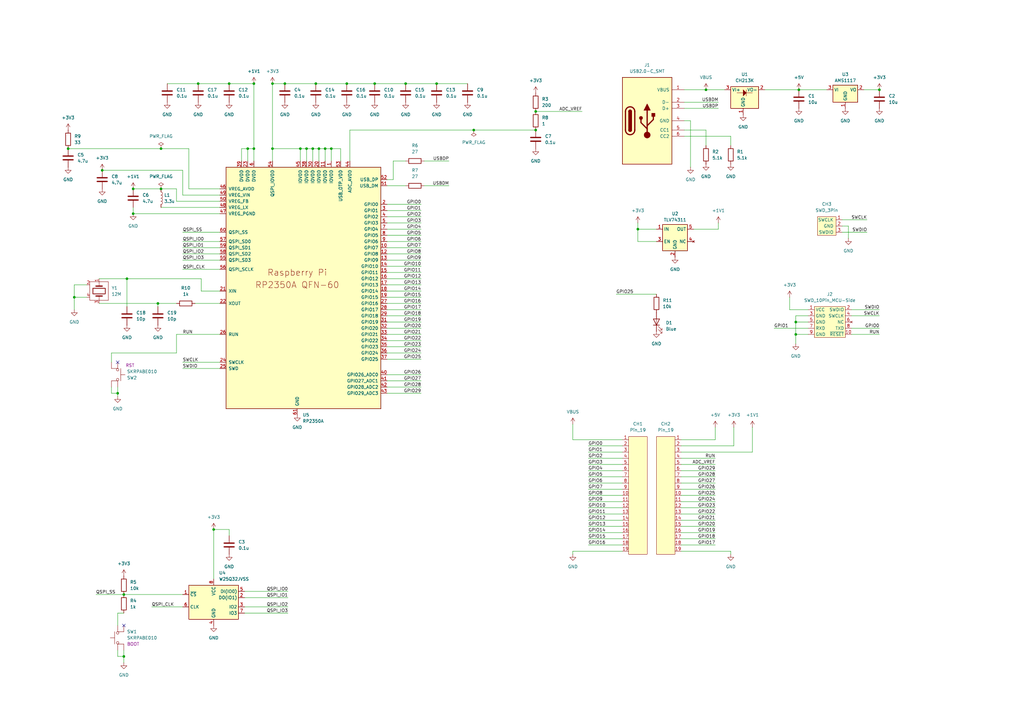
<source format=kicad_sch>
(kicad_sch (version 20231120) (generator "eeschema") (generator_version "8.0")
  (paper "A3")
  (junction (at 111.76 34.29))
  (junction (at 87.63 217.17))
  (junction (at 52.07 114.3))
  (junction (at 326.39 137.16))
  (junction (at 194.31 53.34))
  (junction (at 54.61 87.63))
  (junction (at 133.35 60.96))
  (junction (at 54.61 77.47))
  (junction (at 30.48 121.92))
  (junction (at 50.8 269.24))
  (junction (at 111.76 60.96))
  (junction (at 128.27 60.96))
  (junction (at 104.14 34.29))
  (junction (at 179.07 34.29))
  (junction (at 123.19 60.96))
  (junction (at 93.98 34.29))
  (junction (at 48.26 161.29))
  (junction (at 125.73 60.96))
  (junction (at 142.24 34.29))
  (junction (at 116.84 34.29))
  (junction (at 153.67 34.29))
  (junction (at 130.81 60.96))
  (junction (at 219.71 53.34))
  (junction (at 41.91 69.85))
  (junction (at 81.28 34.29))
  (junction (at 219.71 45.72))
  (junction (at 27.94 60.96))
  (junction (at 261.62 93.98))
  (junction (at 101.6 60.96))
  (junction (at 166.37 34.29))
  (junction (at 50.8 243.84))
  (junction (at 64.77 124.46))
  (junction (at 327.66 36.83))
  (junction (at 129.54 34.29))
  (junction (at 289.56 36.83))
  (junction (at 360.68 36.83))
  (junction (at 104.14 60.96))
  (junction (at 135.89 60.96))
  (junction (at 326.39 132.08))
  (junction (at 66.04 77.47))
  (junction (at 66.04 60.96))
  (no_connect (at 50.8 256.54))
  (no_connect (at 48.26 148.59))
  (wire (pts (xy 62.23 248.92) (xy 74.93 248.92)))
  (wire (pts (xy 326.39 137.16) (xy 326.39 140.97)))
  (wire (pts (xy 255.27 220.98) (xy 241.3 220.98)))
  (wire (pts (xy 279.4 215.9) (xy 293.37 215.9)))
  (wire (pts (xy 130.81 66.04) (xy 130.81 60.96)))
  (wire (pts (xy 66.04 85.09) (xy 90.17 85.09)))
  (wire (pts (xy 111.76 34.29) (xy 116.84 34.29)))
  (wire (pts (xy 66.04 60.96) (xy 27.94 60.96)))
  (wire (pts (xy 255.27 210.82) (xy 241.3 210.82)))
  (wire (pts (xy 39.37 243.84) (xy 50.8 243.84)))
  (wire (pts (xy 74.93 110.49) (xy 90.17 110.49)))
  (wire (pts (xy 90.17 77.47) (xy 77.47 77.47)))
  (wire (pts (xy 279.4 182.88) (xy 300.99 182.88)))
  (wire (pts (xy 72.39 137.16) (xy 90.17 137.16)))
  (wire (pts (xy 153.67 34.29) (xy 166.37 34.29)))
  (wire (pts (xy 269.24 99.06) (xy 261.62 99.06)))
  (wire (pts (xy 48.26 158.75) (xy 48.26 161.29)))
  (wire (pts (xy 77.47 77.47) (xy 77.47 60.96)))
  (wire (pts (xy 93.98 34.29) (xy 104.14 34.29)))
  (wire (pts (xy 279.4 205.74) (xy 293.37 205.74)))
  (wire (pts (xy 80.01 124.46) (xy 90.17 124.46)))
  (wire (pts (xy 300.99 175.26) (xy 300.99 182.88)))
  (wire (pts (xy 133.35 60.96) (xy 133.35 66.04)))
  (wire (pts (xy 130.81 60.96) (xy 133.35 60.96)))
  (wire (pts (xy 125.73 60.96) (xy 128.27 60.96)))
  (wire (pts (xy 323.85 121.92) (xy 323.85 127)))
  (wire (pts (xy 158.75 106.68) (xy 172.72 106.68)))
  (wire (pts (xy 166.37 34.29) (xy 179.07 34.29)))
  (wire (pts (xy 331.47 129.54) (xy 326.39 129.54)))
  (wire (pts (xy 345.44 95.25) (xy 355.6 95.25)))
  (wire (pts (xy 313.69 36.83) (xy 327.66 36.83)))
  (wire (pts (xy 158.75 124.46) (xy 172.72 124.46)))
  (wire (pts (xy 133.35 60.96) (xy 135.89 60.96)))
  (wire (pts (xy 279.4 203.2) (xy 293.37 203.2)))
  (wire (pts (xy 48.26 251.46) (xy 50.8 251.46)))
  (wire (pts (xy 74.93 99.06) (xy 90.17 99.06)))
  (wire (pts (xy 158.75 129.54) (xy 172.72 129.54)))
  (wire (pts (xy 158.75 116.84) (xy 172.72 116.84)))
  (wire (pts (xy 349.25 127) (xy 360.68 127)))
  (wire (pts (xy 279.4 185.42) (xy 308.61 185.42)))
  (wire (pts (xy 279.4 200.66) (xy 293.37 200.66)))
  (wire (pts (xy 219.71 45.72) (xy 238.76 45.72)))
  (wire (pts (xy 48.26 256.54) (xy 48.26 251.46)))
  (wire (pts (xy 72.39 144.78) (xy 72.39 137.16)))
  (wire (pts (xy 255.27 200.66) (xy 241.3 200.66)))
  (wire (pts (xy 294.64 93.98) (xy 294.64 91.44)))
  (wire (pts (xy 116.84 34.29) (xy 129.54 34.29)))
  (wire (pts (xy 54.61 77.47) (xy 66.04 77.47)))
  (wire (pts (xy 143.51 53.34) (xy 194.31 53.34)))
  (wire (pts (xy 158.75 142.24) (xy 172.72 142.24)))
  (wire (pts (xy 99.06 66.04) (xy 99.06 60.96)))
  (wire (pts (xy 158.75 88.9) (xy 172.72 88.9)))
  (wire (pts (xy 299.72 55.88) (xy 299.72 59.69)))
  (wire (pts (xy 283.21 49.53) (xy 280.67 49.53)))
  (wire (pts (xy 158.75 139.7) (xy 172.72 139.7)))
  (wire (pts (xy 279.4 187.96) (xy 293.37 187.96)))
  (wire (pts (xy 349.25 134.62) (xy 360.68 134.62)))
  (wire (pts (xy 327.66 36.83) (xy 339.09 36.83)))
  (wire (pts (xy 81.28 34.29) (xy 93.98 34.29)))
  (wire (pts (xy 261.62 93.98) (xy 269.24 93.98)))
  (wire (pts (xy 354.33 36.83) (xy 360.68 36.83)))
  (wire (pts (xy 255.27 180.34) (xy 234.95 180.34)))
  (wire (pts (xy 284.48 93.98) (xy 294.64 93.98)))
  (wire (pts (xy 347.98 92.71) (xy 347.98 97.79)))
  (wire (pts (xy 74.93 148.59) (xy 90.17 148.59)))
  (wire (pts (xy 128.27 66.04) (xy 128.27 60.96)))
  (wire (pts (xy 77.47 60.96) (xy 66.04 60.96)))
  (wire (pts (xy 349.25 129.54) (xy 360.68 129.54)))
  (wire (pts (xy 299.72 227.33) (xy 299.72 226.06)))
  (wire (pts (xy 72.39 82.55) (xy 72.39 77.47)))
  (wire (pts (xy 123.19 60.96) (xy 111.76 60.96)))
  (wire (pts (xy 280.67 36.83) (xy 289.56 36.83)))
  (wire (pts (xy 74.93 80.01) (xy 74.93 69.85)))
  (wire (pts (xy 52.07 125.73) (xy 52.07 114.3)))
  (wire (pts (xy 74.93 101.6) (xy 90.17 101.6)))
  (wire (pts (xy 234.95 226.06) (xy 255.27 226.06)))
  (wire (pts (xy 279.4 198.12) (xy 293.37 198.12)))
  (wire (pts (xy 158.75 144.78) (xy 172.72 144.78)))
  (wire (pts (xy 317.5 134.62) (xy 331.47 134.62)))
  (wire (pts (xy 158.75 96.52) (xy 172.72 96.52)))
  (wire (pts (xy 158.75 121.92) (xy 172.72 121.92)))
  (wire (pts (xy 279.4 226.06) (xy 299.72 226.06)))
  (wire (pts (xy 101.6 66.04) (xy 101.6 60.96)))
  (wire (pts (xy 45.72 158.75) (xy 45.72 161.29)))
  (wire (pts (xy 255.27 182.88) (xy 241.3 182.88)))
  (wire (pts (xy 50.8 271.78) (xy 50.8 269.24)))
  (wire (pts (xy 158.75 132.08) (xy 172.72 132.08)))
  (wire (pts (xy 255.27 185.42) (xy 241.3 185.42)))
  (wire (pts (xy 48.26 161.29) (xy 48.26 162.56)))
  (wire (pts (xy 93.98 217.17) (xy 93.98 219.71)))
  (wire (pts (xy 280.67 44.45) (xy 294.64 44.45)))
  (wire (pts (xy 326.39 137.16) (xy 331.47 137.16)))
  (wire (pts (xy 158.75 156.21) (xy 172.72 156.21)))
  (wire (pts (xy 166.37 66.04) (xy 161.29 66.04)))
  (wire (pts (xy 100.33 248.92) (xy 118.11 248.92)))
  (wire (pts (xy 173.99 76.2) (xy 184.15 76.2)))
  (wire (pts (xy 255.27 193.04) (xy 241.3 193.04)))
  (wire (pts (xy 280.67 53.34) (xy 289.56 53.34)))
  (wire (pts (xy 279.4 180.34) (xy 293.37 180.34)))
  (wire (pts (xy 194.31 53.34) (xy 219.71 53.34)))
  (wire (pts (xy 135.89 60.96) (xy 135.89 66.04)))
  (wire (pts (xy 255.27 208.28) (xy 241.3 208.28)))
  (wire (pts (xy 158.75 99.06) (xy 172.72 99.06)))
  (wire (pts (xy 158.75 111.76) (xy 172.72 111.76)))
  (wire (pts (xy 74.93 80.01) (xy 90.17 80.01)))
  (wire (pts (xy 64.77 124.46) (xy 64.77 125.73)))
  (wire (pts (xy 35.56 116.84) (xy 30.48 116.84)))
  (wire (pts (xy 139.7 60.96) (xy 139.7 66.04)))
  (wire (pts (xy 234.95 180.34) (xy 234.95 173.99)))
  (wire (pts (xy 50.8 269.24) (xy 50.8 266.7)))
  (wire (pts (xy 255.27 223.52) (xy 241.3 223.52)))
  (wire (pts (xy 326.39 129.54) (xy 326.39 132.08)))
  (wire (pts (xy 308.61 175.26) (xy 308.61 185.42)))
  (wire (pts (xy 255.27 215.9) (xy 241.3 215.9)))
  (wire (pts (xy 326.39 132.08) (xy 331.47 132.08)))
  (wire (pts (xy 255.27 218.44) (xy 241.3 218.44)))
  (wire (pts (xy 255.27 195.58) (xy 241.3 195.58)))
  (wire (pts (xy 104.14 60.96) (xy 104.14 66.04)))
  (wire (pts (xy 45.72 144.78) (xy 72.39 144.78)))
  (wire (pts (xy 30.48 116.84) (xy 30.48 121.92)))
  (wire (pts (xy 100.33 251.46) (xy 118.11 251.46)))
  (wire (pts (xy 125.73 66.04) (xy 125.73 60.96)))
  (wire (pts (xy 90.17 87.63) (xy 54.61 87.63)))
  (wire (pts (xy 279.4 193.04) (xy 293.37 193.04)))
  (wire (pts (xy 158.75 147.32) (xy 172.72 147.32)))
  (wire (pts (xy 74.93 106.68) (xy 90.17 106.68)))
  (wire (pts (xy 255.27 213.36) (xy 241.3 213.36)))
  (wire (pts (xy 279.4 218.44) (xy 293.37 218.44)))
  (wire (pts (xy 142.24 34.29) (xy 153.67 34.29)))
  (wire (pts (xy 82.55 119.38) (xy 82.55 114.3)))
  (wire (pts (xy 279.4 223.52) (xy 293.37 223.52)))
  (wire (pts (xy 255.27 198.12) (xy 241.3 198.12)))
  (wire (pts (xy 30.48 121.92) (xy 35.56 121.92)))
  (wire (pts (xy 158.75 127) (xy 172.72 127)))
  (wire (pts (xy 158.75 93.98) (xy 172.72 93.98)))
  (wire (pts (xy 331.47 127) (xy 323.85 127)))
  (wire (pts (xy 158.75 101.6) (xy 172.72 101.6)))
  (wire (pts (xy 158.75 109.22) (xy 172.72 109.22)))
  (wire (pts (xy 255.27 190.5) (xy 241.3 190.5)))
  (wire (pts (xy 158.75 114.3) (xy 172.72 114.3)))
  (wire (pts (xy 64.77 124.46) (xy 72.39 124.46)))
  (wire (pts (xy 279.4 195.58) (xy 293.37 195.58)))
  (wire (pts (xy 30.48 121.92) (xy 30.48 127)))
  (wire (pts (xy 129.54 34.29) (xy 142.24 34.29)))
  (wire (pts (xy 255.27 187.96) (xy 241.3 187.96)))
  (wire (pts (xy 101.6 60.96) (xy 104.14 60.96)))
  (wire (pts (xy 52.07 114.3) (xy 82.55 114.3)))
  (wire (pts (xy 100.33 242.57) (xy 118.11 242.57)))
  (wire (pts (xy 128.27 60.96) (xy 130.81 60.96)))
  (wire (pts (xy 345.44 92.71) (xy 347.98 92.71)))
  (wire (pts (xy 289.56 53.34) (xy 289.56 59.69)))
  (wire (pts (xy 279.4 208.28) (xy 293.37 208.28)))
  (wire (pts (xy 279.4 190.5) (xy 293.37 190.5)))
  (wire (pts (xy 255.27 205.74) (xy 241.3 205.74)))
  (wire (pts (xy 261.62 99.06) (xy 261.62 93.98)))
  (wire (pts (xy 158.75 158.75) (xy 172.72 158.75)))
  (wire (pts (xy 161.29 66.04) (xy 161.29 73.66)))
  (wire (pts (xy 143.51 53.34) (xy 143.51 66.04)))
  (wire (pts (xy 283.21 68.58) (xy 283.21 49.53)))
  (wire (pts (xy 158.75 91.44) (xy 172.72 91.44)))
  (wire (pts (xy 48.26 266.7) (xy 48.26 269.24)))
  (wire (pts (xy 104.14 34.29) (xy 104.14 60.96)))
  (wire (pts (xy 161.29 73.66) (xy 158.75 73.66)))
  (wire (pts (xy 279.4 220.98) (xy 293.37 220.98)))
  (wire (pts (xy 158.75 83.82) (xy 172.72 83.82)))
  (wire (pts (xy 261.62 91.44) (xy 261.62 93.98)))
  (wire (pts (xy 48.26 269.24) (xy 50.8 269.24)))
  (wire (pts (xy 66.04 77.47) (xy 72.39 77.47)))
  (wire (pts (xy 100.33 245.11) (xy 118.11 245.11)))
  (wire (pts (xy 279.4 210.82) (xy 293.37 210.82)))
  (wire (pts (xy 280.67 55.88) (xy 299.72 55.88)))
  (wire (pts (xy 40.64 124.46) (xy 64.77 124.46)))
  (wire (pts (xy 99.06 60.96) (xy 101.6 60.96)))
  (wire (pts (xy 74.93 104.14) (xy 90.17 104.14)))
  (wire (pts (xy 279.4 213.36) (xy 293.37 213.36)))
  (wire (pts (xy 345.44 90.17) (xy 355.6 90.17)))
  (wire (pts (xy 255.27 203.2) (xy 241.3 203.2)))
  (wire (pts (xy 123.19 66.04) (xy 123.19 60.96)))
  (wire (pts (xy 289.56 36.83) (xy 297.18 36.83)))
  (wire (pts (xy 123.19 60.96) (xy 125.73 60.96)))
  (wire (pts (xy 158.75 137.16) (xy 172.72 137.16)))
  (wire (pts (xy 293.37 180.34) (xy 293.37 175.26)))
  (wire (pts (xy 158.75 134.62) (xy 172.72 134.62)))
  (wire (pts (xy 54.61 87.63) (xy 54.61 85.09)))
  (wire (pts (xy 158.75 76.2) (xy 166.37 76.2)))
  (wire (pts (xy 40.64 114.3) (xy 52.07 114.3)))
  (wire (pts (xy 326.39 132.08) (xy 326.39 137.16)))
  (wire (pts (xy 74.93 69.85) (xy 41.91 69.85)))
  (wire (pts (xy 280.67 41.91) (xy 294.64 41.91)))
  (wire (pts (xy 68.58 34.29) (xy 81.28 34.29)))
  (wire (pts (xy 158.75 153.67) (xy 172.72 153.67)))
  (wire (pts (xy 45.72 144.78) (xy 45.72 148.59)))
  (wire (pts (xy 234.95 227.33) (xy 234.95 226.06)))
  (wire (pts (xy 252.73 120.65) (xy 269.24 120.65)))
  (wire (pts (xy 93.98 217.17) (xy 87.63 217.17)))
  (wire (pts (xy 158.75 104.14) (xy 172.72 104.14)))
  (wire (pts (xy 74.93 151.13) (xy 90.17 151.13)))
  (wire (pts (xy 90.17 82.55) (xy 72.39 82.55)))
  (wire (pts (xy 90.17 119.38) (xy 82.55 119.38)))
  (wire (pts (xy 74.93 95.25) (xy 90.17 95.25)))
  (wire (pts (xy 135.89 60.96) (xy 139.7 60.96)))
  (wire (pts (xy 111.76 60.96) (xy 111.76 66.04)))
  (wire (pts (xy 50.8 243.84) (xy 74.93 243.84)))
  (wire (pts (xy 45.72 161.29) (xy 48.26 161.29)))
  (wire (pts (xy 158.75 119.38) (xy 172.72 119.38)))
  (wire (pts (xy 179.07 34.29) (xy 191.77 34.29)))
  (wire (pts (xy 173.99 66.04) (xy 184.15 66.04)))
  (wire (pts (xy 87.63 217.17) (xy 87.63 237.49)))
  (wire (pts (xy 158.75 86.36) (xy 172.72 86.36)))
  (wire (pts (xy 349.25 137.16) (xy 360.68 137.16)))
  (wire (pts (xy 111.76 34.29) (xy 111.76 60.96)))
  (wire (pts (xy 158.75 161.29) (xy 172.72 161.29)))
  (label "GPIO13" (at 241.3 215.9 0))
  (label "GPIO9" (at 172.72 106.68 180))
  (label "GPIO15" (at 241.3 220.98 0))
  (label "ADC_VREF" (at 238.76 45.72 180))
  (label "QSPI_IO0" (at 74.93 99.06 0))
  (label "GPIO11" (at 241.3 210.82 0))
  (label "QSPI_IO1" (at 74.93 101.6 0))
  (label "GPIO21" (at 172.72 137.16 180))
  (label "QSPI_IO3" (at 118.11 251.46 180))
  (label "GPIO14" (at 241.3 218.44 0))
  (label "GPIO0" (at 172.72 83.82 180))
  (label "GPIO23" (at 293.37 208.28 180))
  (label "SWDIO" (at 74.93 151.13 0))
  (label "GPIO26" (at 172.72 153.67 180))
  (label "GPIO5" (at 241.3 195.58 0))
  (label "GPIO6" (at 172.72 99.06 180))
  (label "GPIO7" (at 172.72 101.6 180))
  (label "GPIO13" (at 172.72 116.84 180))
  (label "GPIO17" (at 172.72 127 180))
  (label "GPIO4" (at 172.72 93.98 180))
  (label "QSPI_SS" (at 39.37 243.84 0))
  (label "QSPI_IO0" (at 118.11 242.57 180))
  (label "GPIO11" (at 172.72 111.76 180))
  (label "GPIO8" (at 241.3 203.2 0))
  (label "USBDM" (at 294.64 41.91 180))
  (label "USBDP" (at 294.64 44.45 180))
  (label "GPIO28" (at 293.37 195.58 180))
  (label "GPIO24" (at 172.72 144.78 180))
  (label "QSPI_CLK" (at 74.93 110.49 0))
  (label "GPIO25" (at 172.72 147.32 180))
  (label "QSPI_IO2" (at 74.93 104.14 0))
  (label "GPIO14" (at 172.72 119.38 180))
  (label "GPIO20" (at 293.37 215.9 180))
  (label "GPIO23" (at 172.72 142.24 180))
  (label "GPIO29" (at 172.72 161.29 180))
  (label "GPIO29" (at 293.37 193.04 180))
  (label "GPIO12" (at 241.3 213.36 0))
  (label "GPIO12" (at 172.72 114.3 180))
  (label "GPIO27" (at 172.72 156.21 180))
  (label "GPIO28" (at 172.72 158.75 180))
  (label "GPIO1" (at 172.72 86.36 180))
  (label "GPIO1" (at 317.5 134.62 0))
  (label "GPIO4" (at 241.3 193.04 0))
  (label "SWDIO" (at 360.68 127 180))
  (label "GPIO19" (at 172.72 132.08 180))
  (label "GPIO9" (at 241.3 205.74 0))
  (label "ADC_VREF" (at 293.37 190.5 180))
  (label "GPIO21" (at 293.37 213.36 180))
  (label "SWCLK" (at 74.93 148.59 0))
  (label "GPIO20" (at 172.72 134.62 180))
  (label "USBDP" (at 184.15 66.04 180))
  (label "QSPI_IO1" (at 118.11 245.11 180))
  (label "GPIO25" (at 252.73 120.65 0))
  (label "GPIO0" (at 241.3 182.88 0))
  (label "GPIO25" (at 293.37 203.2 180))
  (label "GPIO22" (at 293.37 210.82 180))
  (label "GPIO27" (at 293.37 198.12 180))
  (label "GPIO15" (at 172.72 121.92 180))
  (label "QSPI_SS" (at 74.93 95.25 0))
  (label "GPIO0" (at 360.68 134.62 180))
  (label "GPIO6" (at 241.3 198.12 0))
  (label "GPIO17" (at 293.37 223.52 180))
  (label "GPIO26" (at 293.37 200.66 180))
  (label "GPIO18" (at 293.37 220.98 180))
  (label "GPIO24" (at 293.37 205.74 180))
  (label "GPIO3" (at 172.72 91.44 180))
  (label "QSPI_CLK" (at 62.23 248.92 0))
  (label "SWCLK" (at 360.68 129.54 180))
  (label "GPIO7" (at 241.3 200.66 0))
  (label "USBDM" (at 184.15 76.2 180))
  (label "GPIO2" (at 172.72 88.9 180))
  (label "GPIO8" (at 172.72 104.14 180))
  (label "QSPI_IO3" (at 74.93 106.68 0))
  (label "SWCLK" (at 355.6 90.17 180))
  (label "GPIO22" (at 172.72 139.7 180))
  (label "GPIO5" (at 172.72 96.52 180))
  (label "RUN" (at 360.68 137.16 180))
  (label "GPIO19" (at 293.37 218.44 180))
  (label "GPIO18" (at 172.72 129.54 180))
  (label "GPIO10" (at 241.3 208.28 0))
  (label "RUN" (at 74.93 137.16 0))
  (label "QSPI_IO2" (at 118.11 248.92 180))
  (label "RUN" (at 293.37 187.96 180))
  (label "GPIO10" (at 172.72 109.22 180))
  (label "GPIO16" (at 241.3 223.52 0))
  (label "GPIO1" (at 241.3 185.42 0))
  (label "GPIO2" (at 241.3 187.96 0))
  (label "GPIO3" (at 241.3 190.5 0))
  (label "SWDIO" (at 355.6 95.25 180))
  (label "GPIO16" (at 172.72 124.46 180))
  (symbol (lib_id "power:GND") (at 27.94 68.58 0) (unit 1)
    (property "Reference" "#PWR06" (effects (hide yes)))
    (property "Value" "GND" (at 27.94 73.66 0))
    (property "Description" "Power symbol creates a global label with name \"GND\" , ground" (effects (hide yes)))
  )
  (symbol (lib_id "power:+3V3") (at 300.99 175.26 0) (unit 1)
    (property "Reference" "#PWR045" (effects (hide yes)))
    (property "Value" "+3V3" (at 300.99 170.18 0))
    (property "Description" "Power symbol creates a global label with name \"+3V3\"" (effects (hide yes)))
  )
  (symbol (lib_id "power:GND") (at 50.8 271.78 0) (unit 1)
    (property "Reference" "#PWR031" (effects (hide yes)))
    (property "Value" "GND" (at 50.8 276.86 0))
    (property "Description" "Power symbol creates a global label with name \"GND\" , ground" (effects (hide yes)))
  )
  (symbol (lib_id "power:GND") (at 116.84 41.91 0) (unit 1)
    (property "Reference" "#PWR016" (effects (hide yes)))
    (property "Value" "GND" (at 116.84 46.99 0))
    (property "Description" "Power symbol creates a global label with name \"GND\" , ground" (effects (hide yes)))
  )
  (symbol (lib_id "power:GND") (at 304.8 46.99 0) (unit 1)
    (property "Reference" "#PWR049" (effects (hide yes)))
    (property "Value" "GND" (at 304.8 52.07 0))
    (property "Description" "Power symbol creates a global label with name \"GND\" , ground" (effects (hide yes)))
  )
  (symbol (lib_id "power:GND") (at 41.91 77.47 0) (unit 1)
    (property "Reference" "#PWR03" (effects (hide yes)))
    (property "Value" "GND" (at 41.91 82.55 0))
    (property "Description" "Power symbol creates a global label with name \"GND\" , ground" (effects (hide yes)))
  )
  (symbol (lib_id "74th_Interface:SWD_10Pin_MCU-Side") (at 340.36 129.54 0) (unit 1)
    (property "Reference" "J2" (at 340.36 120.65 0))
    (property "Value" "SWD_10Pin_MCU-Side" (at 340.36 123.19 0))
    (property "Footprint" "74th:Connector_HalfPinHeader_SWD" (effects (hide yes)))
  )
  (symbol (lib_id "power:GND") (at 48.26 162.56 0) (unit 1)
    (property "Reference" "#PWR037" (effects (hide yes)))
    (property "Value" "GND" (at 48.26 167.64 0))
    (property "Description" "Power symbol creates a global label with name \"GND\" , ground" (effects (hide yes)))
  )
  (symbol (lib_id "Device:R") (at 269.24 124.46 180) (unit 1)
    (property "Reference" "R11" (at 271.78 123.1899 0) (effects (justify right)))
    (property "Value" "10k" (at 271.78 125.7299 0) (effects (justify right)))
    (property "Footprint" "74th:Register_0603_1608" (effects (hide yes)))
    (property "Description" "Resistor" (effects (hide yes)))
  )
  (symbol (lib_id "power:GND") (at 54.61 87.63 0) (unit 1)
    (property "Reference" "#PWR02" (effects (hide yes)))
    (property "Value" "GND" (at 54.61 92.71 0))
    (property "Description" "Power symbol creates a global label with name \"GND\" , ground" (effects (hide yes)))
  )
  (symbol (lib_id "power:GND") (at 269.24 135.89 0) (unit 1)
    (property "Reference" "#PWR040" (effects (hide yes)))
    (property "Value" "GND" (at 269.24 140.97 0))
    (property "Description" "Power symbol creates a global label with name \"GND\" , ground" (effects (hide yes)))
  )
  (symbol (lib_id "power:GND") (at 179.07 41.91 0) (unit 1)
    (property "Reference" "#PWR021" (effects (hide yes)))
    (property "Value" "GND" (at 179.07 46.99 0))
    (property "Description" "Power symbol creates a global label with name \"GND\" , ground" (effects (hide yes)))
  )
  (symbol (lib_id "power:GND") (at 93.98 41.91 0) (unit 1)
    (property "Reference" "#PWR027" (effects (hide yes)))
    (property "Value" "GND" (at 93.98 46.99 0))
    (property "Description" "Power symbol creates a global label with name \"GND\" , ground" (effects (hide yes)))
  )
  (symbol (lib_id "power:GND") (at 219.71 60.96 0) (unit 1)
    (property "Reference" "#PWR039" (effects (hide yes)))
    (property "Value" "GND" (at 219.71 66.04 0))
    (property "Description" "Power symbol creates a global label with name \"GND\" , ground" (effects (hide yes)))
  )
  (symbol (lib_id "Device:R") (at 50.8 240.03 0) (unit 1)
    (property "Reference" "R5" (at 53.34 238.7599 0) (effects (justify left)))
    (property "Value" "10k" (at 53.34 241.2999 0) (effects (justify left)))
    (property "Footprint" "74th:Register_0603_1608" (effects (hide yes)))
    (property "Description" "Resistor" (effects (hide yes)))
  )
  (symbol (lib_id "power:GND") (at 129.54 41.91 0) (unit 1)
    (property "Reference" "#PWR017" (effects (hide yes)))
    (property "Value" "GND" (at 129.54 46.99 0))
    (property "Description" "Power symbol creates a global label with name \"GND\" , ground" (effects (hide yes)))
  )
  (symbol (lib_id "power:GND") (at 153.67 41.91 0) (unit 1)
    (property "Reference" "#PWR019" (effects (hide yes)))
    (property "Value" "GND" (at 153.67 46.99 0))
    (property "Description" "Power symbol creates a global label with name \"GND\" , ground" (effects (hide yes)))
  )
  (symbol (lib_id "power:+1V1") (at 294.64 91.44 0) (unit 1)
    (property "Reference" "#PWR054" (effects (hide yes)))
    (property "Value" "+1V1" (at 294.64 86.36 0))
    (property "Description" "Power symbol creates a global label with name \"+1V1\"" (effects (hide yes)))
  )
  (symbol (lib_id "Device:R") (at 289.56 63.5 0) (unit 1)
    (property "Reference" "R2" (at 292.1 62.2299 0) (effects (justify left)))
    (property "Value" "5.1k" (at 292.1 64.7699 0) (effects (justify left)))
    (property "Footprint" "74th:Register_0603_1608" (effects (hide yes)))
    (property "Description" "Resistor" (effects (hide yes)))
  )
  (symbol (lib_id "power:VBUS") (at 289.56 36.83 0) (unit 1)
    (property "Reference" "#PWR047" (effects (hide yes)))
    (property "Value" "VBUS" (at 289.56 31.75 0))
    (property "Description" "Power symbol creates a global label with name \"VBUS\"" (effects (hide yes)))
  )
  (symbol (lib_id "power:+3V3") (at 219.71 38.1 0) (unit 1)
    (property "Reference" "#PWR038" (effects (hide yes)))
    (property "Value" "+3V3" (at 219.71 33.02 0))
    (property "Description" "Power symbol creates a global label with name \"+3V3\"" (effects (hide yes)))
  )
  (symbol (lib_id "power:GND") (at 93.98 227.33 0) (unit 1)
    (property "Reference" "#PWR029" (effects (hide yes)))
    (property "Value" "GND" (at 93.98 232.41 0))
    (property "Description" "Power symbol creates a global label with name \"GND\" , ground" (effects (hide yes)))
  )
  (symbol (lib_id "Device:C") (at 54.61 81.28 0) (unit 1)
    (property "Reference" "C6" (at 58.42 80.0099 0) (effects (justify left)))
    (property "Value" "4.7u" (at 58.42 82.5499 0) (effects (justify left)))
    (property "Footprint" "74th:Capacitor_0402_1005_m" (effects (hide yes)))
    (property "Description" "Unpolarized capacitor" (effects (hide yes)))
  )
  (symbol (lib_id "Device:R") (at 299.72 63.5 0) (unit 1)
    (property "Reference" "R1" (at 302.26 62.2299 0) (effects (justify left)))
    (property "Value" "5.1k" (at 302.26 64.7699 0) (effects (justify left)))
    (property "Footprint" "74th:Register_0603_1608" (effects (hide yes)))
    (property "Description" "Resistor" (effects (hide yes)))
  )
  (symbol (lib_id "power:GND") (at 360.68 44.45 0) (unit 1)
    (property "Reference" "#PWR09" (effects (hide yes)))
    (property "Value" "GND" (at 360.68 49.53 0))
    (property "Description" "Power symbol creates a global label with name \"GND\" , ground" (effects (hide yes)))
  )
  (symbol (lib_id "Device:C") (at 142.24 38.1 0) (unit 1)
    (property "Reference" "C16" (at 146.05 36.8299 0) (effects (justify left)))
    (property "Value" "0.1u" (at 146.05 39.3699 0) (effects (justify left)))
    (property "Footprint" "74th:Capacitor_0402_1005" (effects (hide yes)))
    (property "Description" "Unpolarized capacitor" (effects (hide yes)))
  )
  (symbol (lib_id "power:PWR_FLAG") (at 66.04 60.96 0) (unit 1)
    (property "Reference" "#FLG03" (effects (hide yes)))
    (property "Value" "PWR_FLAG" (at 66.04 55.88 0))
    (property "Description" "Special symbol for telling ERC where power comes from" (effects (hide yes)))
  )
  (symbol (lib_id "Device:C") (at 52.07 129.54 0) (unit 1)
    (property "Reference" "C18" (at 55.88 128.2699 0) (effects (justify left)))
    (property "Value" "10p" (at 55.88 130.8099 0) (effects (justify left)))
    (property "Footprint" "74th:Capacitor_0402_1005" (effects (hide yes)))
    (property "Description" "Unpolarized capacitor" (effects (hide yes)))
  )
  (symbol (lib_id "Device:R") (at 76.2 124.46 90) (unit 1)
    (property "Reference" "R10" (at 76.2 118.11 90))
    (property "Value" "1k" (at 76.2 120.65 90))
    (property "Footprint" "74th:Register_0402_1005" (effects (hide yes)))
    (property "Description" "Resistor" (effects (hide yes)))
  )
  (symbol (lib_id "power:+1V1") (at 308.61 175.26 0) (unit 1)
    (property "Reference" "#PWR050" (effects (hide yes)))
    (property "Value" "+1V1" (at 308.61 170.18 0))
    (property "Description" "Power symbol creates a global label with name \"+1V1\"" (effects (hide yes)))
  )
  (symbol (lib_id "Device:R") (at 219.71 41.91 0) (unit 1)
    (property "Reference" "R3" (at 222.25 40.6399 0) (effects (justify left)))
    (property "Value" "200" (at 222.25 43.1799 0) (effects (justify left)))
    (property "Footprint" "74th:Register_0603_1608" (effects (hide yes)))
    (property "Description" "Resistor" (effects (hide yes)))
  )
  (symbol (lib_id "power:PWR_FLAG") (at 66.04 77.47 0) (unit 1)
    (property "Reference" "#FLG02" (effects (hide yes)))
    (property "Value" "PWR_FLAG" (at 66.04 72.39 0))
    (property "Description" "Special symbol for telling ERC where power comes from" (effects (hide yes)))
  )
  (symbol (lib_id "74th_Interface:SW_Push_Pin-4") (at 48.26 261.62 90) (unit 1)
    (property "Reference" "SW1" (at 52.07 259.0799 90) (effects (justify right)))
    (property "Value" "SKRPABE010" (at 52.07 261.6199 90) (effects (justify right)))
    (property "Footprint" "74th:Switch_SKRPABE010_Pin-4" (effects (hide yes)))
    (property "Description" "import from kicad" (effects (hide yes)))
    (property "Function" "BOOT" (at 52.07 264.1599 90) (effects (justify right)))
  )
  (symbol (lib_id "74th_Passive:AMS1117-3.3_Regulator_SOT89") (at 346.71 36.83 0) (unit 1)
    (property "Reference" "U3" (at 346.71 30.48 0))
    (property "Value" "AMS1117" (at 346.71 33.02 0))
    (property "Footprint" "74th:Package_SOT-89-3" (effects (hide yes)))
    (property "Description" "1A Low Dropout regulator, positive, adjustable output, SOT-223" (effects (hide yes)))
  )
  (symbol (lib_id "power:+3V3") (at 261.62 91.44 0) (unit 1)
    (property "Reference" "#PWR053" (effects (hide yes)))
    (property "Value" "+3V3" (at 261.62 86.36 0))
    (property "Description" "Power symbol creates a global label with name \"+3V3\"" (effects (hide yes)))
  )
  (symbol (lib_id "Device:C") (at 327.66 40.64 0) (unit 1)
    (property "Reference" "C1" (at 331.47 39.3699 0) (effects (justify left)))
    (property "Value" "10u" (at 331.47 41.9099 0) (effects (justify left)))
    (property "Footprint" "74th:Capacitor_0603_1608" (effects (hide yes)))
    (property "Description" "Unpolarized capacitor" (effects (hide yes)))
  )
  (symbol (lib_id "power:GND") (at 52.07 133.35 0) (unit 1)
    (property "Reference" "#PWR035" (effects (hide yes)))
    (property "Value" "GND" (at 52.07 138.43 0))
    (property "Description" "Power symbol creates a global label with name \"GND\" , ground" (effects (hide yes)))
  )
  (symbol (lib_id "74th_Interface:Pin_19") (at 273.05 180.34 0) (unit 1)
    (property "Reference" "CH2" (at 273.05 173.8493 0))
    (property "Value" "Pin_19" (at 273.05 176.3893 0))
    (property "Footprint" "74th:PinOut_Pin_19" (effects (hide yes)))
  )
  (symbol (lib_id "Device:C") (at 68.58 38.1 0) (unit 1)
    (property "Reference" "C11" (at 72.39 36.8299 0) (effects (justify left)))
    (property "Value" "0.1u" (at 72.39 39.3699 0) (effects (justify left)))
    (property "Footprint" "74th:Capacitor_0402_1005" (effects (hide yes)))
    (property "Description" "Unpolarized capacitor" (effects (hide yes)))
  )
  (symbol (lib_id "power:GND") (at 346.71 44.45 0) (unit 1)
    (property "Reference" "#PWR08" (effects (hide yes)))
    (property "Value" "GND" (at 346.71 49.53 0))
    (property "Description" "Power symbol creates a global label with name \"GND\" , ground" (effects (hide yes)))
  )
  (symbol (lib_id "power:+3V3") (at 111.76 34.29 0) (unit 1)
    (property "Reference" "#PWR015" (effects (hide yes)))
    (property "Value" "+3V3" (at 111.76 29.21 0))
    (property "Description" "Power symbol creates a global label with name \"+3V3\"" (effects (hide yes)))
  )
  (symbol (lib_id "power:+3V3") (at 27.94 53.34 0) (unit 1)
    (property "Reference" "#PWR05" (effects (hide yes)))
    (property "Value" "+3V3" (at 27.94 48.26 0))
    (property "Description" "Power symbol creates a global label with name \"+3V3\"" (effects (hide yes)))
  )
  (symbol (lib_id "Device:C") (at 219.71 57.15 0) (unit 1)
    (property "Reference" "C7" (at 223.52 55.8799 0) (effects (justify left)))
    (property "Value" "0.1u" (at 223.52 58.4199 0) (effects (justify left)))
    (property "Footprint" "74th:Capacitor_0603_1608" (effects (hide yes)))
    (property "Description" "Unpolarized capacitor" (effects (hide yes)))
  )
  (symbol (lib_id "74th_Passive:CH213K_Ideal-Diode-for-USB-Power") (at 304.8 40.64 0) (unit 1)
    (property "Reference" "U1" (at 305.435 30.48 0))
    (property "Value" "CH213K" (at 305.435 33.02 0))
    (property "Footprint" "74th:Package_SOT-23" (effects (hide yes)))
  )
  (symbol (lib_id "power:GND") (at 68.58 41.91 0) (unit 1)
    (property "Reference" "#PWR025" (effects (hide yes)))
    (property "Value" "GND" (at 68.58 46.99 0))
    (property "Description" "Power symbol creates a global label with name \"GND\" , ground" (effects (hide yes)))
  )
  (symbol (lib_id "Device:R") (at 50.8 247.65 0) (unit 1)
    (property "Reference" "R4" (at 53.34 246.3799 0) (effects (justify left)))
    (property "Value" "1k" (at 53.34 248.9199 0) (effects (justify left)))
    (property "Footprint" "74th:Register_0603_1608" (effects (hide yes)))
    (property "Description" "Resistor" (effects (hide yes)))
  )
  (symbol (lib_id "power:GND") (at 30.48 127 0) (unit 1)
    (property "Reference" "#PWR034" (effects (hide yes)))
    (property "Value" "GND" (at 30.48 132.08 0))
    (property "Description" "Power symbol creates a global label with name \"GND\" , ground" (effects (hide yes)))
  )
  (symbol (lib_id "Device:C") (at 93.98 38.1 0) (unit 1)
    (property "Reference" "C12" (at 97.79 36.8299 0) (effects (justify left)))
    (property "Value" "0.1u" (at 97.79 39.3699 0) (effects (justify left)))
    (property "Footprint" "74th:Capacitor_0402_1005" (effects (hide yes)))
    (property "Description" "Unpolarized capacitor" (effects (hide yes)))
  )
  (symbol (lib_id "power:+5V") (at 327.66 36.83 0) (unit 1)
    (property "Reference" "#PWR014" (effects (hide yes)))
    (property "Value" "+5V" (at 327.66 31.75 0))
    (property "Description" "Power symbol creates a global label with name \"+5V\"" (effects (hide yes)))
  )
  (symbol (lib_id "power:+5V") (at 293.37 175.26 0) (unit 1)
    (property "Reference" "#PWR046" (effects (hide yes)))
    (property "Value" "+5V" (at 293.37 170.18 0))
    (property "Description" "Power symbol creates a global label with name \"+5V\"" (effects (hide yes)))
  )
  (symbol (lib_id "power:+3V3") (at 41.91 69.85 0) (unit 1)
    (property "Reference" "#PWR04" (effects (hide yes)))
    (property "Value" "+3V3" (at 41.91 64.77 0))
    (property "Description" "Power symbol creates a global label with name \"+3V3\"" (effects (hide yes)))
  )
  (symbol (lib_id "power:GND") (at 299.72 67.31 0) (unit 1)
    (property "Reference" "#PWR011" (effects (hide yes)))
    (property "Value" "GND" (at 299.72 72.39 0))
    (property "Description" "Power symbol creates a global label with name \"GND\" , ground" (effects (hide yes)))
  )
  (symbol (lib_id "power:GND") (at 347.98 97.79 0) (unit 1)
    (property "Reference" "#PWR023" (effects (hide yes)))
    (property "Value" "GND" (at 347.98 102.87 0))
    (property "Description" "Power symbol creates a global label with name \"GND\" , ground" (effects (hide yes)))
  )
  (symbol (lib_id "Device:C") (at 64.77 129.54 0) (unit 1)
    (property "Reference" "C19" (at 68.58 128.2699 0) (effects (justify left)))
    (property "Value" "10p" (at 68.58 130.8099 0) (effects (justify left)))
    (property "Footprint" "74th:Capacitor_0402_1005" (effects (hide yes)))
    (property "Description" "Unpolarized capacitor" (effects (hide yes)))
  )
  (symbol (lib_id "power:VBUS") (at 234.95 173.99 0) (unit 1)
    (property "Reference" "#PWR048" (effects (hide yes)))
    (property "Value" "VBUS" (at 234.95 168.91 0))
    (property "Description" "Power symbol creates a global label with name \"VBUS\"" (effects (hide yes)))
  )
  (symbol (lib_id "Device:C") (at 153.67 38.1 0) (unit 1)
    (property "Reference" "C10" (at 157.48 36.8299 0) (effects (justify left)))
    (property "Value" "0.1u" (at 157.48 39.3699 0) (effects (justify left)))
    (property "Footprint" "74th:Capacitor_0402_1005" (effects (hide yes)))
    (property "Description" "Unpolarized capacitor" (effects (hide yes)))
  )
  (symbol (lib_id "power:GND") (at 299.72 227.33 0) (unit 1)
    (property "Reference" "#PWR044" (effects (hide yes)))
    (property "Value" "GND" (at 299.72 232.41 0))
    (property "Description" "Power symbol creates a global label with name \"GND\" , ground" (effects (hide yes)))
  )
  (symbol (lib_id "power:GND") (at 327.66 44.45 0) (unit 1)
    (property "Reference" "#PWR07" (effects (hide yes)))
    (property "Value" "GND" (at 327.66 49.53 0))
    (property "Description" "Power symbol creates a global label with name \"GND\" , ground" (effects (hide yes)))
  )
  (symbol (lib_id "Device:C") (at 93.98 223.52 0) (unit 1)
    (property "Reference" "C3" (at 97.79 222.2499 0) (effects (justify left)))
    (property "Value" "0.1u" (at 97.79 224.7899 0) (effects (justify left)))
    (property "Footprint" "74th:Capacitor_0402_1005" (effects (hide yes)))
    (property "Description" "Unpolarized capacitor" (effects (hide yes)))
  )
  (symbol (lib_id "power:GND") (at 166.37 41.91 0) (unit 1)
    (property "Reference" "#PWR020" (effects (hide yes)))
    (property "Value" "GND" (at 166.37 46.99 0))
    (property "Description" "Power symbol creates a global label with name \"GND\" , ground" (effects (hide yes)))
  )
  (symbol (lib_id "74th_MCU:RP2350A") (at 121.92 116.84 0) (unit 1)
    (property "Reference" "U5" (at 124.1141 170.18 0) (effects (justify left)))
    (property "Value" "RP2350A" (at 124.1141 172.72 0) (effects (justify left)))
    (property "Footprint" "74th:Package_QFN-60-1EP_7x7mm_P0.4mm_EP3.4x3.4mm_hand" (effects (hide yes)))
    (property "Description" "import from https://datasheets.raspberrypi.com/pico/RPi-Pico-2-PUBLIC-20240708.zip" (effects (hide yes)))
  )
  (symbol (lib_id "power:+3V3") (at 360.68 36.83 0) (unit 1)
    (property "Reference" "#PWR013" (effects (hide yes)))
    (property "Value" "+3V3" (at 360.68 31.75 0))
    (property "Description" "Power symbol creates a global label with name \"+3V3\"" (effects (hide yes)))
  )
  (symbol (lib_id "power:GND") (at 191.77 41.91 0) (unit 1)
    (property "Reference" "#PWR022" (effects (hide yes)))
    (property "Value" "GND" (at 191.77 46.99 0))
    (property "Description" "Power symbol creates a global label with name \"GND\" , ground" (effects (hide yes)))
  )
  (symbol (lib_id "Device:R") (at 219.71 49.53 0) (unit 1)
    (property "Reference" "R8" (at 222.25 48.2599 0) (effects (justify left)))
    (property "Value" "1" (at 222.25 50.7999 0) (effects (justify left)))
    (property "Footprint" "74th:Register_0603_1608" (effects (hide yes)))
    (property "Description" "Resistor" (effects (hide yes)))
  )
  (symbol (lib_id "power:GND") (at 87.63 256.54 0) (unit 1)
    (property "Reference" "#PWR032" (effects (hide yes)))
    (property "Value" "GND" (at 87.63 261.62 0))
    (property "Description" "Power symbol creates a global label with name \"GND\" , ground" (effects (hide yes)))
  )
  (symbol (lib_id "power:+3V3") (at 87.63 217.17 0) (unit 1)
    (property "Reference" "#PWR028" (effects (hide yes)))
    (property "Value" "+3V3" (at 87.63 212.09 0))
    (property "Description" "Power symbol creates a global label with name \"+3V3\"" (effects (hide yes)))
  )
  (symbol (lib_id "Device:C") (at 360.68 40.64 0) (unit 1)
    (property "Reference" "C2" (at 364.49 39.3699 0) (effects (justify left)))
    (property "Value" "10u" (at 364.49 41.9099 0) (effects (justify left)))
    (property "Footprint" "74th:Capacitor_0603_1608" (effects (hide yes)))
    (property "Description" "Unpolarized capacitor" (effects (hide yes)))
  )
  (symbol (lib_id "74th_PassiveCommon:Crystal_GND24") (at 40.64 119.38 270) (unit 1)
    (property "Reference" "Y1" (at 45.72 118.1099 90) (effects (justify left)))
    (property "Value" "12M" (at 45.72 120.6499 90) (effects (justify left)))
    (property "Footprint" "74th:Crystal_SMD_3225-4Pin_3.2x2.5mm_HandSoldering" (effects (hide yes)))
    (property "Description" "Four pin crystal, GND on pins 2 and 4" (effects (hide yes)))
  )
  (symbol (lib_id "power:+3V3") (at 50.8 236.22 0) (unit 1)
    (property "Reference" "#PWR030" (effects (hide yes)))
    (property "Value" "+3V3" (at 50.8 231.14 0))
    (property "Description" "Power symbol creates a global label with name \"+3V3\"" (effects (hide yes)))
  )
  (symbol (lib_id "Device:R") (at 27.94 57.15 0) (unit 1)
    (property "Reference" "R9" (at 30.48 55.8799 0) (effects (justify left)))
    (property "Value" "33" (at 30.48 58.4199 0) (effects (justify left)))
    (property "Footprint" "74th:Register_0603_1608" (effects (hide yes)))
    (property "Description" "Resistor" (effects (hide yes)))
  )
  (symbol (lib_id "Device:C") (at 129.54 38.1 0) (unit 1)
    (property "Reference" "C14" (at 133.35 36.8299 0) (effects (justify left)))
    (property "Value" "0.1u" (at 133.35 39.3699 0) (effects (justify left)))
    (property "Footprint" "74th:Capacitor_0402_1005" (effects (hide yes)))
    (property "Description" "Unpolarized capacitor" (effects (hide yes)))
  )
  (symbol (lib_id "74th_Passive:TLV74311-Regulator_SOT23-5") (at 276.86 93.98 0) (unit 1)
    (property "Reference" "U2" (at 276.86 87.63 0))
    (property "Value" "TLV74311" (at 276.86 90.17 0))
    (property "Footprint" "74th:Package_SOT-23-5" (effects (hide yes)))
  )
  (symbol (lib_id "74th_Interface:Pin_19") (at 261.62 180.34 0) (mirror y) (unit 1)
    (property "Reference" "CH1" (at 261.62 173.8493 0))
    (property "Value" "Pin_19" (at 261.62 176.3893 0))
    (property "Footprint" "74th:PinOut_Pin_19" (effects (hide yes)))
  )
  (symbol (lib_id "74th_Interface:SW_Push_Pin-4") (at 48.26 153.67 270) (mirror x) (unit 1)
    (property "Reference" "SW2" (at 52.07 154.9401 90) (effects (justify left)))
    (property "Value" "SKRPABE010" (at 52.07 152.4001 90) (effects (justify left)))
    (property "Footprint" "74th:Switch_SKRPABE010_Pin-4" (effects (hide yes)))
    (property "Description" "import from kicad" (effects (hide yes)))
    (property "Function" "RST" (at 53.34 149.86 90))
  )
  (symbol (lib_id "power:GND") (at 234.95 227.33 0) (unit 1)
    (property "Reference" "#PWR043" (effects (hide yes)))
    (property "Value" "GND" (at 234.95 232.41 0))
    (property "Description" "Power symbol creates a global label with name \"GND\" , ground" (effects (hide yes)))
  )
  (symbol (lib_id "power:+1V1") (at 54.61 77.47 0) (unit 1)
    (property "Reference" "#PWR01" (effects (hide yes)))
    (property "Value" "+1V1" (at 54.61 72.39 0))
    (property "Description" "Power symbol creates a global label with name \"+1V1\"" (effects (hide yes)))
  )
  (symbol (lib_id "74th_ApplicationIC:W25Q32JVUU-FLASH") (at 87.63 250.19 0) (unit 1)
    (property "Reference" "U4" (at 89.8241 234.95 0) (effects (justify left)))
    (property "Value" "W25Q32JVSS" (at 89.8241 237.49 0) (effects (justify left)))
    (property "Footprint" "74th:Package_USON-8_3x4mm_P0.8" (effects (hide yes)))
    (property "Datasheet" "http://www.winbond.com/resource-files/w25q32jv%20revg%2003272018%20plus.pdf" (effects (hide yes)))
    (property "Description" "32Mb Serial Flash Memory, Standard/Dual/Quad SPI, SOIC-8" (effects (hide yes)))
  )
  (symbol (lib_id "power:GND") (at 276.86 105.41 0) (unit 1)
    (property "Reference" "#PWR055" (effects (hide yes)))
    (property "Value" "GND" (at 276.86 110.49 0))
    (property "Description" "Power symbol creates a global label with name \"GND\" , ground" (effects (hide yes)))
  )
  (symbol (lib_id "power:GND") (at 326.39 140.97 0) (unit 1)
    (property "Reference" "#PWR042" (effects (hide yes)))
    (property "Value" "GND" (at 326.39 146.05 0))
    (property "Description" "Power symbol creates a global label with name \"GND\" , ground" (effects (hide yes)))
  )
  (symbol (lib_id "Device:C") (at 27.94 64.77 0) (unit 1)
    (property "Reference" "C5" (at 31.75 63.4999 0) (effects (justify left)))
    (property "Value" "4.7u" (at 31.75 66.0399 0) (effects (justify left)))
    (property "Footprint" "74th:Capacitor_0402_1005_m" (effects (hide yes)))
    (property "Description" "Unpolarized capacitor" (effects (hide yes)))
  )
  (symbol (lib_id "power:+3V3") (at 323.85 121.92 0) (unit 1)
    (property "Reference" "#PWR041" (effects (hide yes)))
    (property "Value" "+3V3" (at 323.85 116.84 0))
    (property "Description" "Power symbol creates a global label with name \"+3V3\"" (effects (hide yes)))
  )
  (symbol (lib_id "Device:C") (at 191.77 38.1 0) (unit 1)
    (property "Reference" "C9" (at 195.58 36.8299 0) (effects (justify left)))
    (property "Value" "0.1u" (at 195.58 39.3699 0) (effects (justify left)))
    (property "Footprint" "74th:Capacitor_0402_1005" (effects (hide yes)))
    (property "Description" "Unpolarized capacitor" (effects (hide yes)))
  )
  (symbol (lib_id "power:GND") (at 64.77 133.35 0) (unit 1)
    (property "Reference" "#PWR036" (effects (hide yes)))
    (property "Value" "GND" (at 64.77 138.43 0))
    (property "Description" "Power symbol creates a global label with name \"GND\" , ground" (effects (hide yes)))
  )
  (symbol (lib_id "Device:C") (at 81.28 38.1 0) (unit 1)
    (property "Reference" "C17" (at 85.09 36.8299 0) (effects (justify left)))
    (property "Value" "0.1u" (at 85.09 39.3699 0) (effects (justify left)))
    (property "Footprint" "74th:Capacitor_0402_1005" (effects (hide yes)))
    (property "Description" "Unpolarized capacitor" (effects (hide yes)))
  )
  (symbol (lib_id "Device:C") (at 179.07 38.1 0) (unit 1)
    (property "Reference" "C13" (at 182.88 36.8299 0) (effects (justify left)))
    (property "Value" "0.1u" (at 182.88 39.3699 0) (effects (justify left)))
    (property "Footprint" "74th:Capacitor_0402_1005" (effects (hide yes)))
    (property "Description" "Unpolarized capacitor" (effects (hide yes)))
  )
  (symbol (lib_id "power:GND") (at 81.28 41.91 0) (unit 1)
    (property "Reference" "#PWR026" (effects (hide yes)))
    (property "Value" "GND" (at 81.28 46.99 0))
    (property "Description" "Power symbol creates a global label with name \"GND\" , ground" (effects (hide yes)))
  )
  (symbol (lib_id "power:GND") (at 283.21 68.58 0) (unit 1)
    (property "Reference" "#PWR012" (effects (hide yes)))
    (property "Value" "GND" (at 283.21 73.66 0))
    (property "Description" "Power symbol creates a global label with name \"GND\" , ground" (effects (hide yes)))
  )
  (symbol (lib_id "power:GND") (at 121.92 170.18 0) (unit 1)
    (property "Reference" "#PWR033" (effects (hide yes)))
    (property "Value" "GND" (at 121.92 175.26 0))
    (property "Description" "Power symbol creates a global label with name \"GND\" , ground" (effects (hide yes)))
  )
  (symbol (lib_id "Device:LED") (at 269.24 132.08 90) (unit 1)
    (property "Reference" "D1" (at 273.05 132.3974 90) (effects (justify right)))
    (property "Value" "Blue" (at 273.05 134.9374 90) (effects (justify right)))
    (property "Footprint" "74th:LED_0805_2012" (effects (hide yes)))
    (property "Description" "Light emitting diode" (effects (hide yes)))
  )
  (symbol (lib_id "Device:L") (at 66.04 81.28 0) (unit 1)
    (property "Reference" "L1" (at 67.31 80.0099 0) (effects (justify left)))
    (property "Value" "3.3u" (at 67.31 82.5499 0) (effects (justify left)))
    (property "Footprint" "74th:Inductor_4.1x4.5mm_testing" (effects (hide yes)))
    (property "Description" "Inductor" (effects (hide yes)))
  )
  (symbol (lib_id "power:+1V1") (at 104.14 34.29 0) (unit 1)
    (property "Reference" "#PWR024" (effects (hide yes)))
    (property "Value" "+1V1" (at 104.14 29.21 0))
    (property "Description" "Power symbol creates a global label with name \"+1V1\"" (effects (hide yes)))
  )
  (symbol (lib_id "Device:C") (at 166.37 38.1 0) (unit 1)
    (property "Reference" "C15" (at 170.18 36.8299 0) (effects (justify left)))
    (property "Value" "0.1u" (at 170.18 39.3699 0) (effects (justify left)))
    (property "Footprint" "74th:Capacitor_0402_1005" (effects (hide yes)))
    (property "Description" "Unpolarized capacitor" (effects (hide yes)))
  )
  (symbol (lib_id "power:GND") (at 142.24 41.91 0) (unit 1)
    (property "Reference" "#PWR018" (effects (hide yes)))
    (property "Value" "GND" (at 142.24 46.99 0))
    (property "Description" "Power symbol creates a global label with name \"GND\" , ground" (effects (hide yes)))
  )
  (symbol (lib_id "power:PWR_FLAG") (at 194.31 53.34 180) (unit 1)
    (property "Reference" "#FLG04" (effects (hide yes)))
    (property "Value" "PWR_FLAG" (at 194.31 58.42 0))
    (property "Description" "Special symbol for telling ERC where power comes from" (effects (hide yes)))
  )
  (symbol (lib_id "power:GND") (at 289.56 67.31 0) (unit 1)
    (property "Reference" "#PWR010" (effects (hide yes)))
    (property "Value" "GND" (at 289.56 72.39 0))
    (property "Description" "Power symbol creates a global label with name \"GND\" , ground" (effects (hide yes)))
  )
  (symbol (lib_id "74th_Interface:USB_TypeC-2.0_Receptacle_Simple") (at 265.43 49.53 0) (unit 1)
    (property "Reference" "J1" (at 265.43 26.67 0))
    (property "Value" "USB2.0-C_SMT" (at 265.43 29.21 0))
    (property "Footprint" "74th:Connector_USB-C-Receptacle_SMT_12-Pin_Simple" (effects (hide yes)))
    (property "Datasheet" "https://www.usb.org/sites/default/files/documents/usb_type-c.zip" (effects (hide yes)))
    (property "Description" "USB 2.0-only Type-C Plug connector" (effects (hide yes)))
  )
  (symbol (lib_id "Device:C") (at 41.91 73.66 0) (unit 1)
    (property "Reference" "C8" (at 45.72 72.3899 0) (effects (justify left)))
    (property "Value" "4.7u" (at 45.72 74.9299 0) (effects (justify left)))
    (property "Footprint" "74th:Capacitor_0402_1005_m" (effects (hide yes)))
    (property "Description" "Unpolarized capacitor" (effects (hide yes)))
  )
  (symbol (lib_id "Device:C") (at 116.84 38.1 0) (unit 1)
    (property "Reference" "C4" (at 120.65 36.8299 0) (effects (justify left)))
    (property "Value" "0.1u" (at 120.65 39.3699 0) (effects (justify left)))
    (property "Footprint" "74th:Capacitor_0402_1005" (effects (hide yes)))
    (property "Description" "Unpolarized capacitor" (effects (hide yes)))
  )
  (symbol (lib_id "Device:R") (at 170.18 76.2 90) (unit 1)
    (property "Reference" "R7" (at 170.18 69.85 90))
    (property "Value" "27" (at 170.18 72.39 90))
    (property "Footprint" "74th:Register_0603_1608" (effects (hide yes)))
    (property "Description" "Resistor" (effects (hide yes)))
  )
  (symbol (lib_id "Device:R") (at 170.18 66.04 90) (unit 1)
    (property "Reference" "R6" (at 170.18 59.69 90))
    (property "Value" "27" (at 170.18 62.23 90))
    (property "Footprint" "74th:Register_0603_1608" (effects (hide yes)))
    (property "Description" "Resistor" (effects (hide yes)))
  )
  (symbol (lib_id "74th_Interface:SWD_3Pin") (at 339.09 95.25 0) (unit 1)
    (property "Reference" "CH3" (at 339.09 83.7177 0))
    (property "Value" "SWD_3Pin" (at 339.09 86.2577 0))
    (property "Footprint" "74th:PinOut_Pin_3_2GND" (effects (hide yes)))
  )
)
</source>
